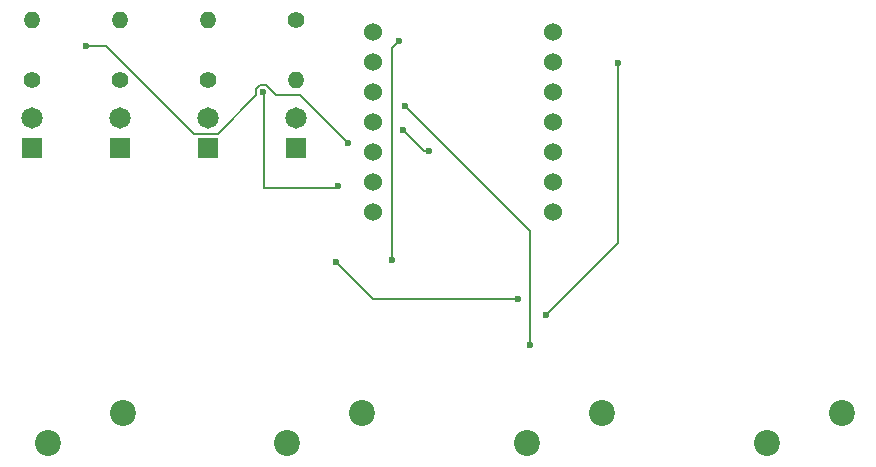
<source format=gbr>
%TF.GenerationSoftware,KiCad,Pcbnew,8.0.8*%
%TF.CreationDate,2025-07-03T12:07:37-04:00*%
%TF.ProjectId,pathfinder,70617468-6669-46e6-9465-722e6b696361,rev?*%
%TF.SameCoordinates,Original*%
%TF.FileFunction,Copper,L2,Bot*%
%TF.FilePolarity,Positive*%
%FSLAX46Y46*%
G04 Gerber Fmt 4.6, Leading zero omitted, Abs format (unit mm)*
G04 Created by KiCad (PCBNEW 8.0.8) date 2025-07-03 12:07:37*
%MOMM*%
%LPD*%
G01*
G04 APERTURE LIST*
%TA.AperFunction,ComponentPad*%
%ADD10C,1.815000*%
%TD*%
%TA.AperFunction,ComponentPad*%
%ADD11R,1.815000X1.815000*%
%TD*%
%TA.AperFunction,ComponentPad*%
%ADD12C,2.200000*%
%TD*%
%TA.AperFunction,ComponentPad*%
%ADD13C,1.400000*%
%TD*%
%TA.AperFunction,ComponentPad*%
%ADD14O,1.400000X1.400000*%
%TD*%
%TA.AperFunction,ComponentPad*%
%ADD15C,1.524000*%
%TD*%
%TA.AperFunction,ViaPad*%
%ADD16C,0.600000*%
%TD*%
%TA.AperFunction,Conductor*%
%ADD17C,0.200000*%
%TD*%
G04 APERTURE END LIST*
D10*
%TO.P,D4,A*%
%TO.N,Net-(D4-PadA)*%
X98880000Y-74310000D03*
D11*
%TO.P,D4,C*%
%TO.N,GND*%
X98880000Y-76850000D03*
%TD*%
D12*
%TO.P,SW2,1,1*%
%TO.N,Net-(U1-GPIO27{slash}ADC1{slash}A1)*%
X104496666Y-99290000D03*
%TO.P,SW2,2,2*%
%TO.N,GND*%
X98146666Y-101830000D03*
%TD*%
%TO.P,SW3,1,1*%
%TO.N,Net-(U1-GPIO28{slash}ADC2{slash}A2)*%
X124803332Y-99290000D03*
%TO.P,SW3,2,2*%
%TO.N,GND*%
X118453332Y-101830000D03*
%TD*%
%TO.P,SW4,1,1*%
%TO.N,Net-(U1-GPIO29{slash}ADC3{slash}A3)*%
X145110000Y-99290000D03*
%TO.P,SW4,2,2*%
%TO.N,GND*%
X138760000Y-101830000D03*
%TD*%
D13*
%TO.P,R1,1*%
%TO.N,Net-(U1-GPIO4{slash}MISO)*%
X98880000Y-65990000D03*
D14*
%TO.P,R1,2*%
%TO.N,Net-(D4-PadA)*%
X98880000Y-71070000D03*
%TD*%
D13*
%TO.P,R2,1*%
%TO.N,Net-(D1-PadA)*%
X76540000Y-71070000D03*
D14*
%TO.P,R2,2*%
%TO.N,Net-(U1-GPIO6{slash}SDA)*%
X76540000Y-65990000D03*
%TD*%
D10*
%TO.P,D1,A*%
%TO.N,Net-(D1-PadA)*%
X76484682Y-74310000D03*
D11*
%TO.P,D1,C*%
%TO.N,GND*%
X76484682Y-76850000D03*
%TD*%
D13*
%TO.P,R4,1*%
%TO.N,Net-(D3-PadA)*%
X91433332Y-71070000D03*
D14*
%TO.P,R4,2*%
%TO.N,Net-(U1-GPIO0{slash}TX)*%
X91433332Y-65990000D03*
%TD*%
D12*
%TO.P,SW1,1,1*%
%TO.N,Net-(U1-GPIO26{slash}ADC0{slash}A0)*%
X84190000Y-99290000D03*
%TO.P,SW1,2,2*%
%TO.N,GND*%
X77840000Y-101830000D03*
%TD*%
D10*
%TO.P,D2,A*%
%TO.N,Net-(D2-PadA)*%
X83949788Y-74310000D03*
D11*
%TO.P,D2,C*%
%TO.N,GND*%
X83949788Y-76850000D03*
%TD*%
D15*
%TO.P,U1,1,GPIO26/ADC0/A0*%
%TO.N,Net-(U1-GPIO26{slash}ADC0{slash}A0)*%
X105400000Y-67010000D03*
%TO.P,U1,2,GPIO27/ADC1/A1*%
%TO.N,Net-(U1-GPIO27{slash}ADC1{slash}A1)*%
X105400000Y-69550000D03*
%TO.P,U1,3,GPIO28/ADC2/A2*%
%TO.N,Net-(U1-GPIO28{slash}ADC2{slash}A2)*%
X105400000Y-72090000D03*
%TO.P,U1,4,GPIO29/ADC3/A3*%
%TO.N,Net-(U1-GPIO29{slash}ADC3{slash}A3)*%
X105400000Y-74630000D03*
%TO.P,U1,5,GPIO6/SDA*%
%TO.N,Net-(U1-GPIO6{slash}SDA)*%
X105400000Y-77170000D03*
%TO.P,U1,6,GPIO7/SCL*%
%TO.N,Net-(U1-GPIO7{slash}SCL)*%
X105400000Y-79710000D03*
%TO.P,U1,7,GPIO0/TX*%
%TO.N,Net-(U1-GPIO0{slash}TX)*%
X105400000Y-82250000D03*
%TO.P,U1,8,GPIO1/RX*%
%TO.N,unconnected-(U1-GPIO1{slash}RX-Pad8)*%
X120640000Y-82250000D03*
%TO.P,U1,9,GPIO2/SCK*%
%TO.N,unconnected-(U1-GPIO2{slash}SCK-Pad9)*%
X120640000Y-79710000D03*
%TO.P,U1,10,GPIO4/MISO*%
%TO.N,Net-(U1-GPIO4{slash}MISO)*%
X120640000Y-77170000D03*
%TO.P,U1,11,GPIO3/MOSI*%
%TO.N,unconnected-(U1-GPIO3{slash}MOSI-Pad11)*%
X120640000Y-74630000D03*
%TO.P,U1,12,3V3*%
%TO.N,unconnected-(U1-3V3-Pad12)*%
X120640000Y-72090000D03*
%TO.P,U1,13,GND*%
%TO.N,GND*%
X120640000Y-69550000D03*
%TO.P,U1,14,VBUS*%
%TO.N,unconnected-(U1-VBUS-Pad14)*%
X120640000Y-67010000D03*
%TD*%
D13*
%TO.P,R3,1*%
%TO.N,Net-(D2-PadA)*%
X83986666Y-71070000D03*
D14*
%TO.P,R3,2*%
%TO.N,Net-(U1-GPIO7{slash}SCL)*%
X83986666Y-65990000D03*
%TD*%
D10*
%TO.P,D3,A*%
%TO.N,Net-(D3-PadA)*%
X91414894Y-74310000D03*
D11*
%TO.P,D3,C*%
%TO.N,GND*%
X91414894Y-76850000D03*
%TD*%
D16*
%TO.N,GND*%
X126100000Y-69630000D03*
X102280000Y-86510000D03*
X120020000Y-90990000D03*
X117690000Y-89640000D03*
%TO.N,Net-(U1-GPIO6{slash}SDA)*%
X103270000Y-76420000D03*
X81060000Y-68210000D03*
%TO.N,Net-(U1-GPIO7{slash}SCL)*%
X96090000Y-72150000D03*
X102470000Y-80070000D03*
%TO.N,Net-(U1-GPIO26{slash}ADC0{slash}A0)*%
X106970000Y-86310000D03*
X107570000Y-67770000D03*
%TO.N,Net-(U1-GPIO28{slash}ADC2{slash}A2)*%
X108070000Y-73320000D03*
X118670000Y-93550000D03*
%TO.N,Net-(U1-GPIO29{slash}ADC3{slash}A3)*%
X107920000Y-75310000D03*
X110120000Y-77110000D03*
%TD*%
D17*
%TO.N,GND*%
X120020000Y-90990000D02*
X126100000Y-84910000D01*
X102280000Y-86510000D02*
X105410000Y-89640000D01*
X105410000Y-89640000D02*
X117690000Y-89640000D01*
X126100000Y-84910000D02*
X126100000Y-69630000D01*
%TO.N,Net-(U1-GPIO6{slash}SDA)*%
X96338529Y-71550000D02*
X97187058Y-72398529D01*
X82774894Y-68210000D02*
X90207394Y-75642500D01*
X95841471Y-71550000D02*
X96338529Y-71550000D01*
X95490000Y-72398529D02*
X95490000Y-71901471D01*
X97187058Y-72398529D02*
X99248529Y-72398529D01*
X81060000Y-68210000D02*
X82774894Y-68210000D01*
X92246029Y-75642500D02*
X95490000Y-72398529D01*
X99248529Y-72398529D02*
X103270000Y-76420000D01*
X95490000Y-71901471D02*
X95841471Y-71550000D01*
X90207394Y-75642500D02*
X92246029Y-75642500D01*
%TO.N,Net-(U1-GPIO7{slash}SCL)*%
X96180000Y-80210000D02*
X102330000Y-80210000D01*
X96090000Y-72150000D02*
X96180000Y-72240000D01*
X96180000Y-72240000D02*
X96180000Y-80210000D01*
X102330000Y-80210000D02*
X102470000Y-80070000D01*
%TO.N,Net-(U1-GPIO26{slash}ADC0{slash}A0)*%
X106970000Y-68370000D02*
X107570000Y-67770000D01*
X106970000Y-86310000D02*
X106970000Y-68370000D01*
%TO.N,Net-(U1-GPIO28{slash}ADC2{slash}A2)*%
X108070000Y-73320000D02*
X118670000Y-83920000D01*
X118670000Y-83920000D02*
X118670000Y-93550000D01*
%TO.N,Net-(U1-GPIO29{slash}ADC3{slash}A3)*%
X110120000Y-77110000D02*
X109720000Y-77110000D01*
X109720000Y-77110000D02*
X107920000Y-75310000D01*
%TD*%
M02*

</source>
